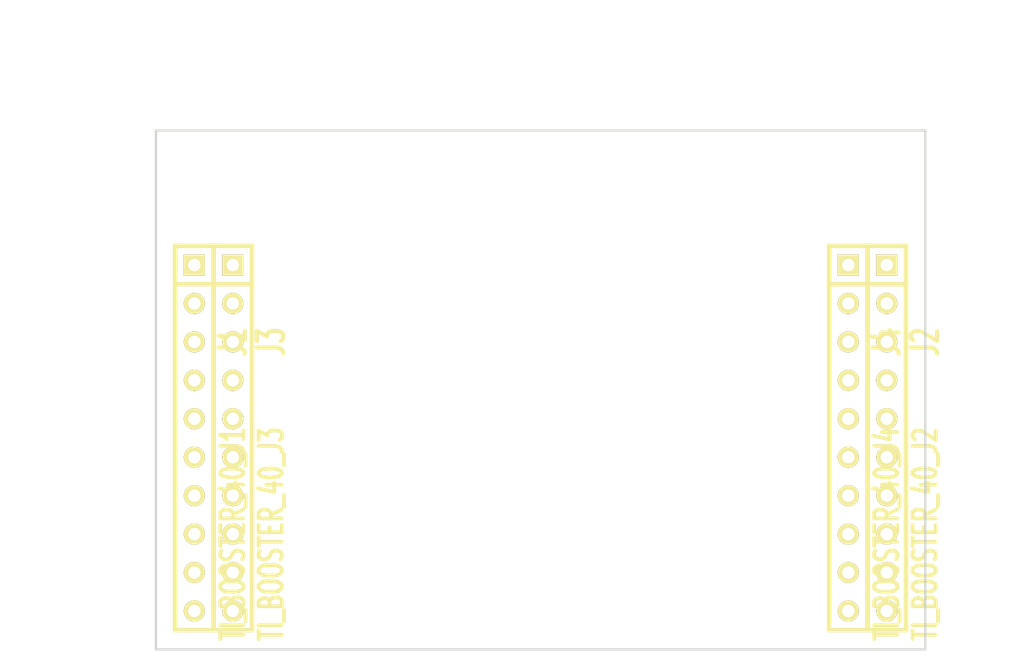
<source format=kicad_pcb>
(kicad_pcb (version 20221018) (generator pcbnew)
  (layers (0 "F.Cu" signal) (31 "B.Cu" signal) (34 "B.Paste" user) (35 "F.Paste" user) (36 "B.SilkS" user "B.Silkscreen") (37 "F.SilkS" user "F.Silkscreen") (38 "B.Mask" user) (39 "F.Mask" user) (44 "Edge.Cuts" user))
  (net 0 "")
  (net 1 "GND")
  (footprint "Connect:SIL-10" (layer "F.Cu") (at 185.42 133.35 -90)
    (fp_text reference "J1" (at -6.35 -2.54 270) (layer "F.SilkS") (effects (font (size 1.72974 1.08712) (thickness 0.3048))))
    (fp_text value "TI_BOOSTER_40_J1" (at 6.35 -2.54 270) (layer "F.SilkS") (effects (font (size 1.524 1.016) (thickness 0.3048))))
    (fp_line (start -12.7 -1.27) (end 12.7 -1.27) (stroke (width 0.3048)) (layer "F.SilkS"))
    (fp_line (start -12.7 1.27) (end -12.7 -1.27) (stroke (width 0.3048)) (layer "F.SilkS"))
    (fp_line (start -10.16 1.27) (end -10.16 -1.27) (stroke (width 0.3048)) (layer "F.SilkS"))
    (fp_line (start 12.7 -1.27) (end 12.7 1.27) (stroke (width 0.3048)) (layer "F.SilkS"))
    (fp_line (start 12.7 1.27) (end -12.7 1.27) (stroke (width 0.3048)) (layer "F.SilkS"))
    (pad "1" thru_hole rect (at -11.43 0 270) (size 1.397 1.397) (drill 0.8128) (layers "*.Cu" "*.Mask" "F.SilkS"))
    (pad "2" thru_hole circle (at -8.89 0 270) (size 1.397 1.397) (drill 0.8128) (layers "*.Cu" "*.Mask" "F.SilkS"))
    (pad "3" thru_hole circle (at -6.35 0 270) (size 1.397 1.397) (drill 0.8128) (layers "*.Cu" "*.Mask" "F.SilkS"))
    (pad "4" thru_hole circle (at -3.81 0 270) (size 1.397 1.397) (drill 0.8128) (layers "*.Cu" "*.Mask" "F.SilkS"))
    (pad "5" thru_hole circle (at -1.27 0 270) (size 1.397 1.397) (drill 0.8128) (layers "*.Cu" "*.Mask" "F.SilkS"))
    (pad "6" thru_hole circle (at 1.27 0 270) (size 1.397 1.397) (drill 0.8128) (layers "*.Cu" "*.Mask" "F.SilkS"))
    (pad "7" thru_hole circle (at 3.81 0 270) (size 1.397 1.397) (drill 0.8128) (layers "*.Cu" "*.Mask" "F.SilkS"))
    (pad "8" thru_hole circle (at 6.35 0 270) (size 1.397 1.397) (drill 0.8128) (layers "*.Cu" "*.Mask" "F.SilkS"))
    (pad "9" thru_hole circle (at 8.89 0 270) (size 1.397 1.397) (drill 0.8128) (layers "*.Cu" "*.Mask" "F.SilkS"))
    (pad "10" thru_hole circle (at 11.43 0 270) (size 1.397 1.397) (drill 0.8128) (layers "*.Cu" "*.Mask" "F.SilkS"))
  )
  (footprint "Connect:SIL-10" (layer "F.Cu") (at 231.14 133.35 -90)
    (fp_text reference "J2" (at -6.35 -2.54 270) (layer "F.SilkS") (effects (font (size 1.72974 1.08712) (thickness 0.3048))))
    (fp_text value "TI_BOOSTER_40_J2" (at 6.35 -2.54 270) (layer "F.SilkS") (effects (font (size 1.524 1.016) (thickness 0.3048))))
    (fp_line (start -12.7 -1.27) (end 12.7 -1.27) (stroke (width 0.3048)) (layer "F.SilkS"))
    (fp_line (start -12.7 1.27) (end -12.7 -1.27) (stroke (width 0.3048)) (layer "F.SilkS"))
    (fp_line (start -10.16 1.27) (end -10.16 -1.27) (stroke (width 0.3048)) (layer "F.SilkS"))
    (fp_line (start 12.7 -1.27) (end 12.7 1.27) (stroke (width 0.3048)) (layer "F.SilkS"))
    (fp_line (start 12.7 1.27) (end -12.7 1.27) (stroke (width 0.3048)) (layer "F.SilkS"))
    (pad "1" thru_hole rect (at -11.43 0 270) (size 1.397 1.397) (drill 0.8128) (layers "*.Cu" "*.Mask" "F.SilkS") (net 1 "GND"))
    (pad "2" thru_hole circle (at -8.89 0 270) (size 1.397 1.397) (drill 0.8128) (layers "*.Cu" "*.Mask" "F.SilkS"))
    (pad "3" thru_hole circle (at -6.35 0 270) (size 1.397 1.397) (drill 0.8128) (layers "*.Cu" "*.Mask" "F.SilkS"))
    (pad "4" thru_hole circle (at -3.81 0 270) (size 1.397 1.397) (drill 0.8128) (layers "*.Cu" "*.Mask" "F.SilkS"))
    (pad "5" thru_hole circle (at -1.27 0 270) (size 1.397 1.397) (drill 0.8128) (layers "*.Cu" "*.Mask" "F.SilkS"))
    (pad "6" thru_hole circle (at 1.27 0 270) (size 1.397 1.397) (drill 0.8128) (layers "*.Cu" "*.Mask" "F.SilkS"))
    (pad "7" thru_hole circle (at 3.81 0 270) (size 1.397 1.397) (drill 0.8128) (layers "*.Cu" "*.Mask" "F.SilkS"))
    (pad "8" thru_hole circle (at 6.35 0 270) (size 1.397 1.397) (drill 0.8128) (layers "*.Cu" "*.Mask" "F.SilkS"))
    (pad "9" thru_hole circle (at 8.89 0 270) (size 1.397 1.397) (drill 0.8128) (layers "*.Cu" "*.Mask" "F.SilkS"))
    (pad "10" thru_hole circle (at 11.43 0 270) (size 1.397 1.397) (drill 0.8128) (layers "*.Cu" "*.Mask" "F.SilkS"))
  )
  (footprint "Connect:SIL-10" (layer "F.Cu") (at 187.96 133.35 -90)
    (fp_text reference "J3" (at -6.35 -2.54 270) (layer "F.SilkS") (effects (font (size 1.72974 1.08712) (thickness 0.3048))))
    (fp_text value "TI_BOOSTER_40_J3" (at 6.35 -2.54 270) (layer "F.SilkS") (effects (font (size 1.524 1.016) (thickness 0.3048))))
    (fp_line (start -12.7 -1.27) (end 12.7 -1.27) (stroke (width 0.3048)) (layer "F.SilkS"))
    (fp_line (start -12.7 1.27) (end -12.7 -1.27) (stroke (width 0.3048)) (layer "F.SilkS"))
    (fp_line (start -10.16 1.27) (end -10.16 -1.27) (stroke (width 0.3048)) (layer "F.SilkS"))
    (fp_line (start 12.7 -1.27) (end 12.7 1.27) (stroke (width 0.3048)) (layer "F.SilkS"))
    (fp_line (start 12.7 1.27) (end -12.7 1.27) (stroke (width 0.3048)) (layer "F.SilkS"))
    (pad "1" thru_hole rect (at -11.43 0 270) (size 1.397 1.397) (drill 0.8128) (layers "*.Cu" "*.Mask" "F.SilkS"))
    (pad "2" thru_hole circle (at -8.89 0 270) (size 1.397 1.397) (drill 0.8128) (layers "*.Cu" "*.Mask" "F.SilkS") (net 1 "GND"))
    (pad "3" thru_hole circle (at -6.35 0 270) (size 1.397 1.397) (drill 0.8128) (layers "*.Cu" "*.Mask" "F.SilkS"))
    (pad "4" thru_hole circle (at -3.81 0 270) (size 1.397 1.397) (drill 0.8128) (layers "*.Cu" "*.Mask" "F.SilkS"))
    (pad "5" thru_hole circle (at -1.27 0 270) (size 1.397 1.397) (drill 0.8128) (layers "*.Cu" "*.Mask" "F.SilkS"))
    (pad "6" thru_hole circle (at 1.27 0 270) (size 1.397 1.397) (drill 0.8128) (layers "*.Cu" "*.Mask" "F.SilkS"))
    (pad "7" thru_hole circle (at 3.81 0 270) (size 1.397 1.397) (drill 0.8128) (layers "*.Cu" "*.Mask" "F.SilkS"))
    (pad "8" thru_hole circle (at 6.35 0 270) (size 1.397 1.397) (drill 0.8128) (layers "*.Cu" "*.Mask" "F.SilkS"))
    (pad "9" thru_hole circle (at 8.89 0 270) (size 1.397 1.397) (drill 0.8128) (layers "*.Cu" "*.Mask" "F.SilkS"))
    (pad "10" thru_hole circle (at 11.43 0 270) (size 1.397 1.397) (drill 0.8128) (layers "*.Cu" "*.Mask" "F.SilkS"))
  )
  (footprint "Connect:SIL-10" (layer "F.Cu") (at 228.6 133.35 -90)
    (fp_text reference "J4" (at -6.35 -2.54 270) (layer "F.SilkS") (effects (font (size 1.72974 1.08712) (thickness 0.3048))))
    (fp_text value "TI_BOOSTER_40_J4" (at 6.35 -2.54 270) (layer "F.SilkS") (effects (font (size 1.524 1.016) (thickness 0.3048))))
    (fp_line (start -12.7 -1.27) (end 12.7 -1.27) (stroke (width 0.3048)) (layer "F.SilkS"))
    (fp_line (start -12.7 1.27) (end -12.7 -1.27) (stroke (width 0.3048)) (layer "F.SilkS"))
    (fp_line (start -10.16 1.27) (end -10.16 -1.27) (stroke (width 0.3048)) (layer "F.SilkS"))
    (fp_line (start 12.7 -1.27) (end 12.7 1.27) (stroke (width 0.3048)) (layer "F.SilkS"))
    (fp_line (start 12.7 1.27) (end -12.7 1.27) (stroke (width 0.3048)) (layer "F.SilkS"))
    (pad "1" thru_hole rect (at -11.43 0 270) (size 1.397 1.397) (drill 0.8128) (layers "*.Cu" "*.Mask" "F.SilkS"))
    (pad "2" thru_hole circle (at -8.89 0 270) (size 1.397 1.397) (drill 0.8128) (layers "*.Cu" "*.Mask" "F.SilkS"))
    (pad "3" thru_hole circle (at -6.35 0 270) (size 1.397 1.397) (drill 0.8128) (layers "*.Cu" "*.Mask" "F.SilkS"))
    (pad "4" thru_hole circle (at -3.81 0 270) (size 1.397 1.397) (drill 0.8128) (layers "*.Cu" "*.Mask" "F.SilkS"))
    (pad "5" thru_hole circle (at -1.27 0 270) (size 1.397 1.397) (drill 0.8128) (layers "*.Cu" "*.Mask" "F.SilkS"))
    (pad "6" thru_hole circle (at 1.27 0 270) (size 1.397 1.397) (drill 0.8128) (layers "*.Cu" "*.Mask" "F.SilkS"))
    (pad "7" thru_hole circle (at 3.81 0 270) (size 1.397 1.397) (drill 0.8128) (layers "*.Cu" "*.Mask" "F.SilkS"))
    (pad "8" thru_hole circle (at 6.35 0 270) (size 1.397 1.397) (drill 0.8128) (layers "*.Cu" "*.Mask" "F.SilkS"))
    (pad "9" thru_hole circle (at 8.89 0 270) (size 1.397 1.397) (drill 0.8128) (layers "*.Cu" "*.Mask" "F.SilkS"))
    (pad "10" thru_hole circle (at 11.43 0 270) (size 1.397 1.397) (drill 0.8128) (layers "*.Cu" "*.Mask" "F.SilkS"))
  )
  (gr_line (start 233.68 113.03) (end 233.68 147.32) (stroke (width 0.14986)) (layer "Edge.Cuts"))
  (gr_line (start 233.68 147.32) (end 182.88 147.32) (stroke (width 0.15)) (layer "Edge.Cuts"))
  (gr_line (start 182.88 147.32) (end 182.88 113.03) (stroke (width 0.14986)) (layer "Edge.Cuts"))
  (gr_line (start 182.88 113.03) (end 233.68 113.03) (stroke (width 0.15)) (layer "Edge.Cuts"))
)
</source>
